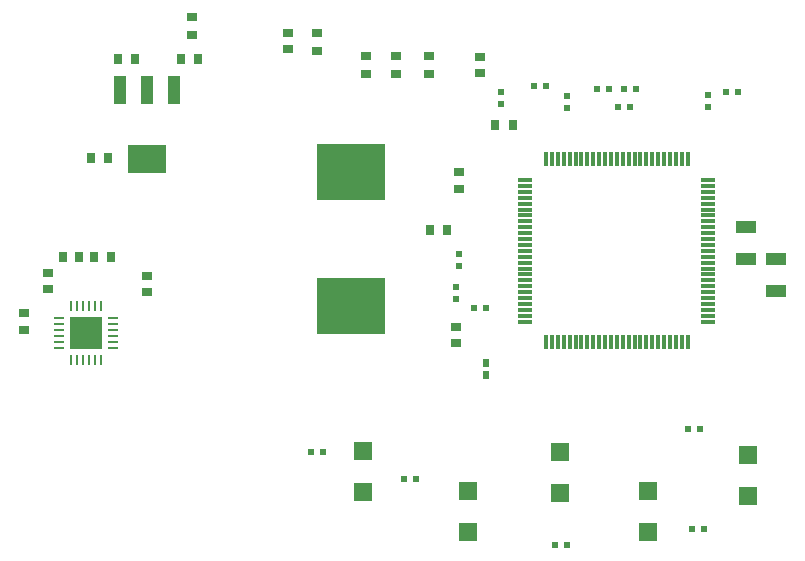
<source format=gtp>
%FSTAX23Y23*%
%MOIN*%
%SFA1B1*%

%IPPOS*%
%ADD10R,0.226380X0.187010*%
%ADD11O,0.037400X0.009840*%
%ADD12O,0.009840X0.037400*%
%ADD13R,0.106300X0.106300*%
%ADD14R,0.019690X0.023620*%
%ADD15R,0.023620X0.019690*%
%ADD16R,0.020000X0.025000*%
%ADD17R,0.035430X0.031500*%
%ADD18R,0.031500X0.035430*%
%ADD19R,0.066930X0.043310*%
%ADD20R,0.035430X0.027560*%
%ADD21R,0.059060X0.059060*%
%ADD22R,0.047240X0.011810*%
%ADD23R,0.011810X0.047240*%
%ADD24R,0.129920X0.094490*%
%ADD25R,0.039370X0.094490*%
%ADD26R,0.027560X0.035430*%
%LNhanc_digital-1*%
%LPD*%
G54D10*
X0474Y04003D03*
Y03556D03*
G54D11*
X03764Y03514D03*
Y03494D03*
Y03474D03*
Y03455D03*
Y03435D03*
Y03415D03*
X03945D03*
Y03435D03*
Y03455D03*
Y03474D03*
Y03494D03*
Y03514D03*
G54D12*
X03805Y03374D03*
X03825D03*
X03845D03*
X03864D03*
X03884D03*
X03904D03*
Y03555D03*
X03884D03*
X03864D03*
X03845D03*
X03825D03*
X03805D03*
G54D13*
X03855Y03465D03*
G54D14*
X0509Y03619D03*
Y0358D03*
X0593Y0422D03*
Y04259D03*
X05457Y04215D03*
Y04254D03*
X0524Y0423D03*
Y04269D03*
X051Y0369D03*
Y03729D03*
G54D15*
X04644Y0307D03*
X04605D03*
X04954Y0298D03*
X04915D03*
X05459Y0276D03*
X0542D03*
X05915Y02812D03*
X05876D03*
X05902Y03146D03*
X05863D03*
X05987Y0427D03*
X06027D03*
X05689Y0428D03*
X0565D03*
X05669Y0422D03*
X0563D03*
X0556Y0428D03*
X05599D03*
X0535Y0429D03*
X05389D03*
X0515Y0355D03*
X05189D03*
G54D16*
X0519Y03325D03*
Y03365D03*
G54D17*
X0509Y03432D03*
Y03487D03*
X0365Y03477D03*
Y03532D03*
X0373Y03612D03*
Y03667D03*
X0406Y03602D03*
Y03657D03*
X0517Y04332D03*
Y04387D03*
X0453Y04467D03*
Y04412D03*
X051Y03947D03*
Y04002D03*
G54D18*
X05057Y0381D03*
X05002D03*
X03832Y0372D03*
X03777D03*
X03937D03*
X03882D03*
X03872Y0405D03*
X03927D03*
X04227Y0438D03*
X04172D03*
X03962D03*
X04017D03*
G54D19*
X06055Y03818D03*
Y03711D03*
X06155Y03713D03*
Y03606D03*
G54D20*
X0421Y0446D03*
Y04519D03*
X05Y04389D03*
Y0433D03*
X04625Y04464D03*
Y04405D03*
X0479Y04389D03*
Y0433D03*
X0489Y04389D03*
Y0433D03*
G54D21*
X0478Y03072D03*
Y02935D03*
X05127Y0294D03*
Y02802D03*
X0573Y0294D03*
Y02802D03*
X06063Y02922D03*
Y03059D03*
X05435Y0307D03*
Y02932D03*
G54D22*
X05319Y03976D03*
Y03956D03*
Y03936D03*
Y03917D03*
Y03897D03*
Y03877D03*
Y03858D03*
Y03838D03*
Y03818D03*
Y03799D03*
Y03779D03*
Y03759D03*
Y0374D03*
Y0372D03*
Y037D03*
Y0368D03*
Y03661D03*
Y03641D03*
Y03621D03*
Y03602D03*
Y03582D03*
Y03562D03*
Y03543D03*
Y03523D03*
Y03503D03*
X0593D03*
Y03523D03*
Y03543D03*
Y03562D03*
Y03582D03*
Y03602D03*
Y03621D03*
Y03641D03*
Y03661D03*
Y0368D03*
Y037D03*
Y0372D03*
Y0374D03*
Y03759D03*
Y03779D03*
Y03799D03*
Y03818D03*
Y03838D03*
Y03858D03*
Y03877D03*
Y03897D03*
Y03917D03*
Y03936D03*
Y03956D03*
Y03976D03*
G54D23*
X05388Y03434D03*
X05408D03*
X05428D03*
X05447D03*
X05467D03*
X05487D03*
X05506D03*
X05526D03*
X05546D03*
X05565D03*
X05585D03*
X05605D03*
X05625D03*
X05644D03*
X05664D03*
X05684D03*
X05703D03*
X05723D03*
X05743D03*
X05762D03*
X05782D03*
X05802D03*
X05821D03*
X05841D03*
X05861D03*
Y04045D03*
X05841D03*
X05821D03*
X05802D03*
X05782D03*
X05762D03*
X05743D03*
X05723D03*
X05703D03*
X05684D03*
X05664D03*
X05644D03*
X05625D03*
X05605D03*
X05585D03*
X05565D03*
X05546D03*
X05526D03*
X05506D03*
X05487D03*
X05467D03*
X05447D03*
X05428D03*
X05408D03*
X05388D03*
G54D24*
X0406Y04045D03*
G54D25*
X03969Y04274D03*
X0406D03*
X0415D03*
G54D26*
X05279Y0416D03*
X0522D03*
M02*
</source>
